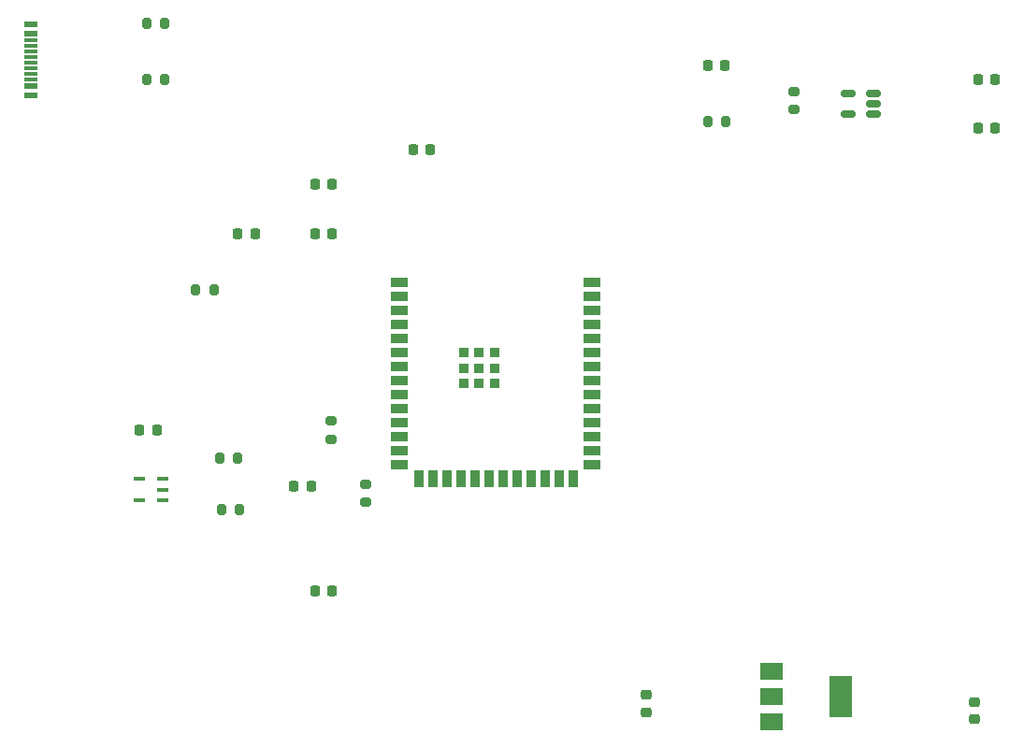
<source format=gtp>
%TF.GenerationSoftware,KiCad,Pcbnew,7.0.9*%
%TF.CreationDate,2024-04-11T22:47:46-07:00*%
%TF.ProjectId,Microphone_Final,4d696372-6f70-4686-9f6e-655f46696e61,rev?*%
%TF.SameCoordinates,Original*%
%TF.FileFunction,Paste,Top*%
%TF.FilePolarity,Positive*%
%FSLAX46Y46*%
G04 Gerber Fmt 4.6, Leading zero omitted, Abs format (unit mm)*
G04 Created by KiCad (PCBNEW 7.0.9) date 2024-04-11 22:47:46*
%MOMM*%
%LPD*%
G01*
G04 APERTURE LIST*
G04 Aperture macros list*
%AMRoundRect*
0 Rectangle with rounded corners*
0 $1 Rounding radius*
0 $2 $3 $4 $5 $6 $7 $8 $9 X,Y pos of 4 corners*
0 Add a 4 corners polygon primitive as box body*
4,1,4,$2,$3,$4,$5,$6,$7,$8,$9,$2,$3,0*
0 Add four circle primitives for the rounded corners*
1,1,$1+$1,$2,$3*
1,1,$1+$1,$4,$5*
1,1,$1+$1,$6,$7*
1,1,$1+$1,$8,$9*
0 Add four rect primitives between the rounded corners*
20,1,$1+$1,$2,$3,$4,$5,0*
20,1,$1+$1,$4,$5,$6,$7,0*
20,1,$1+$1,$6,$7,$8,$9,0*
20,1,$1+$1,$8,$9,$2,$3,0*%
G04 Aperture macros list end*
%ADD10RoundRect,0.225000X0.225000X0.250000X-0.225000X0.250000X-0.225000X-0.250000X0.225000X-0.250000X0*%
%ADD11RoundRect,0.225000X-0.225000X-0.250000X0.225000X-0.250000X0.225000X0.250000X-0.225000X0.250000X0*%
%ADD12RoundRect,0.200000X0.200000X0.275000X-0.200000X0.275000X-0.200000X-0.275000X0.200000X-0.275000X0*%
%ADD13RoundRect,0.218750X-0.218750X-0.256250X0.218750X-0.256250X0.218750X0.256250X-0.218750X0.256250X0*%
%ADD14RoundRect,0.200000X0.275000X-0.200000X0.275000X0.200000X-0.275000X0.200000X-0.275000X-0.200000X0*%
%ADD15R,2.000000X1.500000*%
%ADD16R,2.000000X3.800000*%
%ADD17RoundRect,0.225000X0.250000X-0.225000X0.250000X0.225000X-0.250000X0.225000X-0.250000X-0.225000X0*%
%ADD18R,1.150000X0.600000*%
%ADD19R,1.150000X0.300000*%
%ADD20RoundRect,0.200000X-0.200000X-0.275000X0.200000X-0.275000X0.200000X0.275000X-0.200000X0.275000X0*%
%ADD21RoundRect,0.150000X0.512500X0.150000X-0.512500X0.150000X-0.512500X-0.150000X0.512500X-0.150000X0*%
%ADD22R,1.500000X0.900000*%
%ADD23R,0.900000X1.500000*%
%ADD24R,0.900000X0.900000*%
%ADD25R,1.016000X0.457200*%
G04 APERTURE END LIST*
D10*
%TO.C,C8*%
X100610000Y-73025000D03*
X99060000Y-73025000D03*
%TD*%
D11*
%TO.C,C6*%
X159105000Y-63500000D03*
X160655000Y-63500000D03*
%TD*%
D12*
%TO.C,R2*%
X85470000Y-59055000D03*
X83820000Y-59055000D03*
%TD*%
D13*
%TO.C,D2*%
X99060000Y-105410000D03*
X100635000Y-105410000D03*
%TD*%
D10*
%TO.C,C3*%
X93625000Y-73025000D03*
X92075000Y-73025000D03*
%TD*%
D14*
%TO.C,R9*%
X100520000Y-91630000D03*
X100520000Y-89980000D03*
%TD*%
D15*
%TO.C,U1*%
X140385000Y-112635000D03*
X140385000Y-114935000D03*
D16*
X146685000Y-114935000D03*
D15*
X140385000Y-117235000D03*
%TD*%
D17*
%TO.C,C2*%
X158750000Y-116980000D03*
X158750000Y-115430000D03*
%TD*%
D12*
%TO.C,R6*%
X92075000Y-93345000D03*
X90425000Y-93345000D03*
%TD*%
D11*
%TO.C,C5*%
X159105000Y-59055000D03*
X160655000Y-59055000D03*
%TD*%
D14*
%TO.C,R4*%
X142430000Y-61785000D03*
X142430000Y-60135000D03*
%TD*%
D13*
%TO.C,D1*%
X134620000Y-57785000D03*
X136195000Y-57785000D03*
%TD*%
D10*
%TO.C,C9*%
X109500000Y-65405000D03*
X107950000Y-65405000D03*
%TD*%
D18*
%TO.C,J1*%
X73335000Y-54075000D03*
X73335000Y-54875000D03*
D19*
X73335000Y-56025000D03*
X73335000Y-57025000D03*
X73335000Y-57525000D03*
X73335000Y-58525000D03*
D18*
X73335000Y-60475000D03*
X73335000Y-59675000D03*
D19*
X73335000Y-59025000D03*
X73335000Y-58025000D03*
X73335000Y-56525000D03*
X73335000Y-55525000D03*
%TD*%
D10*
%TO.C,C7*%
X100610000Y-68580000D03*
X99060000Y-68580000D03*
%TD*%
D20*
%TO.C,R1*%
X83820000Y-53975000D03*
X85470000Y-53975000D03*
%TD*%
D13*
%TO.C,D3*%
X97155000Y-95885000D03*
X98730000Y-95885000D03*
%TD*%
D11*
%TO.C,C4*%
X83185000Y-90805000D03*
X84735000Y-90805000D03*
%TD*%
D21*
%TO.C,U2*%
X149595000Y-62225000D03*
X149595000Y-61275000D03*
X149595000Y-60325000D03*
X147320000Y-60325000D03*
X147320000Y-62225000D03*
%TD*%
D22*
%TO.C,U4*%
X106680000Y-77470000D03*
X106680000Y-78740000D03*
X106680000Y-80010000D03*
X106680000Y-81280000D03*
X106680000Y-82550000D03*
X106680000Y-83820000D03*
X106680000Y-85090000D03*
X106680000Y-86360000D03*
X106680000Y-87630000D03*
X106680000Y-88900000D03*
X106680000Y-90170000D03*
X106680000Y-91440000D03*
X106680000Y-92710000D03*
X106680000Y-93980000D03*
D23*
X108445000Y-95230000D03*
X109715000Y-95230000D03*
X110985000Y-95230000D03*
X112255000Y-95230000D03*
X113525000Y-95230000D03*
X114795000Y-95230000D03*
X116065000Y-95230000D03*
X117335000Y-95230000D03*
X118605000Y-95230000D03*
X119875000Y-95230000D03*
X121145000Y-95230000D03*
X122415000Y-95230000D03*
D22*
X124180000Y-93980000D03*
X124180000Y-92710000D03*
X124180000Y-91440000D03*
X124180000Y-90170000D03*
X124180000Y-88900000D03*
X124180000Y-87630000D03*
X124180000Y-86360000D03*
X124180000Y-85090000D03*
X124180000Y-83820000D03*
X124180000Y-82550000D03*
X124180000Y-81280000D03*
X124180000Y-80010000D03*
X124180000Y-78740000D03*
X124180000Y-77470000D03*
D24*
X112530000Y-83790000D03*
X113930000Y-83790000D03*
X115330000Y-83790000D03*
X112530000Y-85190000D03*
X113930000Y-85190000D03*
X115330000Y-85190000D03*
X112530000Y-86590000D03*
X113930000Y-86590000D03*
X115330000Y-86590000D03*
%TD*%
D25*
%TO.C,U3*%
X85267800Y-97150002D03*
X85267800Y-96200001D03*
X85267800Y-95250000D03*
X83185000Y-95250000D03*
X83185000Y-97150002D03*
%TD*%
D20*
%TO.C,R3*%
X134620000Y-62865000D03*
X136270000Y-62865000D03*
%TD*%
D17*
%TO.C,C1*%
X129045000Y-116345000D03*
X129045000Y-114795000D03*
%TD*%
D20*
%TO.C,R5*%
X90615000Y-97980000D03*
X92265000Y-97980000D03*
%TD*%
%TO.C,R7*%
X88265000Y-78105000D03*
X89915000Y-78105000D03*
%TD*%
D14*
%TO.C,R8*%
X103695000Y-97345000D03*
X103695000Y-95695000D03*
%TD*%
M02*

</source>
